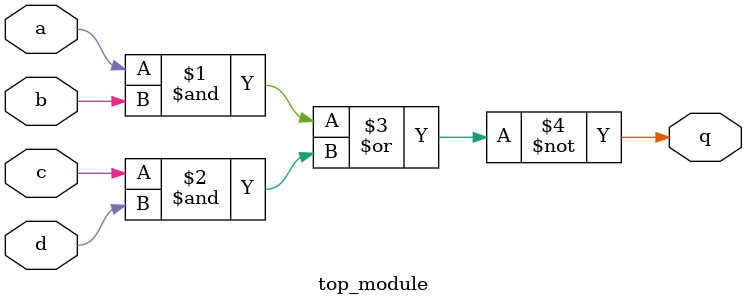
<source format=sv>
module top_module (
	input a, 
	input b, 
	input c, 
	input d,
	output q
);
	assign q = ~((a & b) | (c & d));
endmodule

</source>
